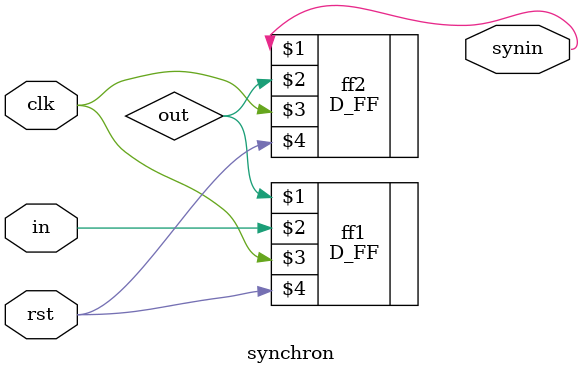
<source format=v>
module synchron(in, clk, rst,synin);

	input in,clk,rst;
	output synin;

	wire out;

	D_FF ff1(out,in,clk,rst);
	D_FF ff2(synin,out,clk,rst);

endmodule


</source>
